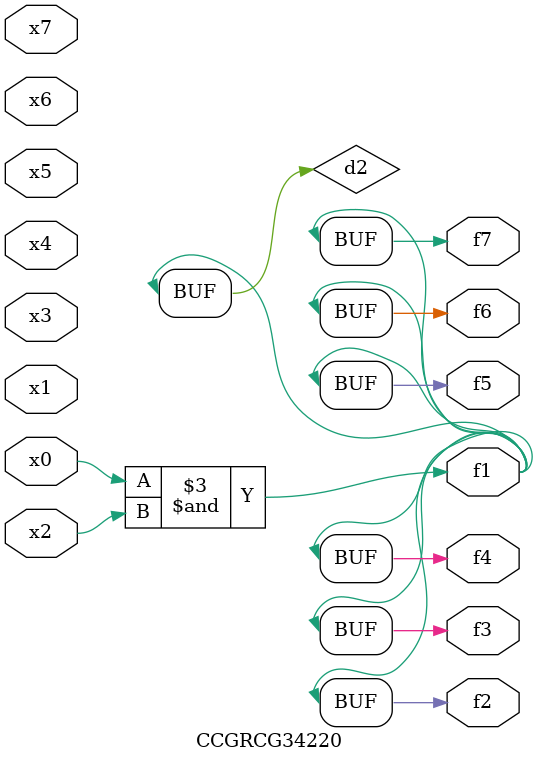
<source format=v>
module CCGRCG34220(
	input x0, x1, x2, x3, x4, x5, x6, x7,
	output f1, f2, f3, f4, f5, f6, f7
);

	wire d1, d2;

	nor (d1, x3, x6);
	and (d2, x0, x2);
	assign f1 = d2;
	assign f2 = d2;
	assign f3 = d2;
	assign f4 = d2;
	assign f5 = d2;
	assign f6 = d2;
	assign f7 = d2;
endmodule

</source>
